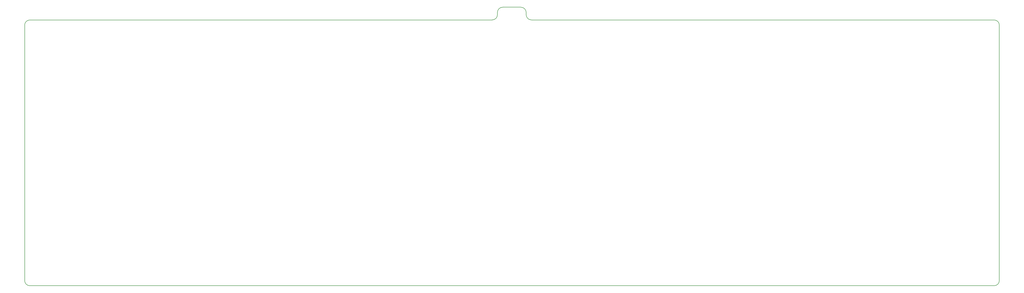
<source format=gbr>
G04 #@! TF.GenerationSoftware,KiCad,Pcbnew,(5.1.0)-1*
G04 #@! TF.CreationDate,2019-07-17T20:21:02+01:00*
G04 #@! TF.ProjectId,cypher,63797068-6572-42e6-9b69-6361645f7063,rev?*
G04 #@! TF.SameCoordinates,Original*
G04 #@! TF.FileFunction,Profile,NP*
%FSLAX46Y46*%
G04 Gerber Fmt 4.6, Leading zero omitted, Abs format (unit mm)*
G04 Created by KiCad (PCBNEW (5.1.0)-1) date 2019-07-17 20:21:02*
%MOMM*%
%LPD*%
G04 APERTURE LIST*
%ADD10C,0.200000*%
G04 APERTURE END LIST*
D10*
X205263500Y-104220900D02*
G75*
G02X203263500Y-106220900I-2000000J0D01*
G01*
X205264000Y-103365300D02*
G75*
G02X207264000Y-101365300I2000000J0D01*
G01*
X214177400Y-101378000D02*
G75*
G02X216177400Y-103378000I0J-2000000D01*
G01*
X218171650Y-106225750D02*
G75*
G02X216171650Y-104225750I0J2000000D01*
G01*
X393867099Y-106220303D02*
G75*
G02X395867099Y-108220303I0J-2000000D01*
G01*
X25717184Y-205382377D02*
X25717184Y-108220303D01*
X395867099Y-108220303D02*
X395867099Y-205382377D01*
X395867099Y-205382377D02*
G75*
G02X393867099Y-207382377I-2000000J0D01*
G01*
X27717184Y-207382377D02*
G75*
G02X25717184Y-205382377I0J2000000D01*
G01*
X27717184Y-106220303D02*
X203263500Y-106220900D01*
X216177400Y-103378000D02*
X216171650Y-104225750D01*
X207264000Y-101365300D02*
X214177400Y-101378000D01*
X218171650Y-106225750D02*
X393867099Y-106220303D01*
X25717184Y-108220303D02*
G75*
G02X27717184Y-106220303I2000000J0D01*
G01*
X205263500Y-104220900D02*
X205264000Y-103365300D01*
X393867099Y-207382377D02*
X27717184Y-207382377D01*
M02*

</source>
